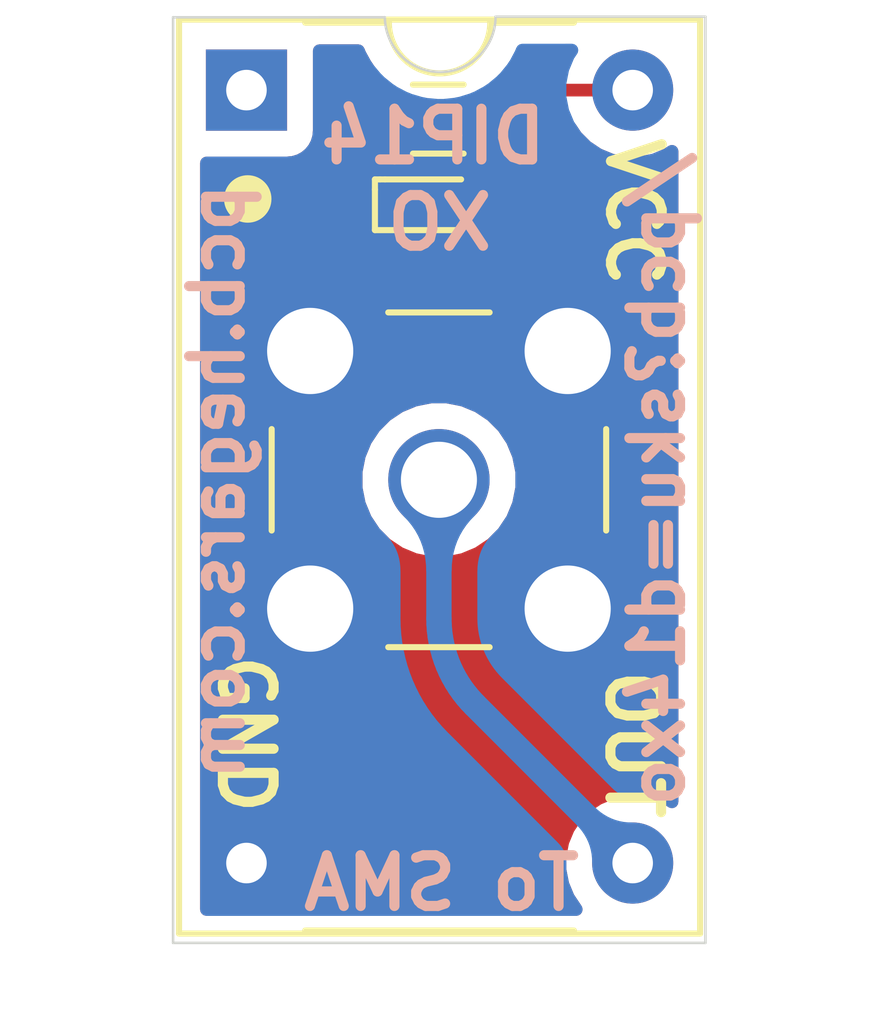
<source format=kicad_pcb>
(kicad_pcb (version 20171130) (host pcbnew "(5.1.6)-1")

  (general
    (thickness 1.6)
    (drawings 50)
    (tracks 27)
    (zones 0)
    (modules 4)
    (nets 5)
  )

  (page A4)
  (layers
    (0 F.Cu signal)
    (31 B.Cu signal)
    (32 B.Adhes user)
    (33 F.Adhes user)
    (34 B.Paste user)
    (35 F.Paste user)
    (36 B.SilkS user)
    (37 F.SilkS user)
    (38 B.Mask user)
    (39 F.Mask user)
    (40 Dwgs.User user)
    (41 Cmts.User user)
    (42 Eco1.User user)
    (43 Eco2.User user)
    (44 Edge.Cuts user)
    (45 Margin user)
    (46 B.CrtYd user)
    (47 F.CrtYd user)
    (48 B.Fab user)
    (49 F.Fab user)
  )

  (setup
    (last_trace_width 0.25)
    (user_trace_width 0.5)
    (trace_clearance 0.2)
    (zone_clearance 0.508)
    (zone_45_only no)
    (trace_min 0.2)
    (via_size 0.8)
    (via_drill 0.4)
    (via_min_size 0.4)
    (via_min_drill 0.3)
    (uvia_size 0.3)
    (uvia_drill 0.1)
    (uvias_allowed no)
    (uvia_min_size 0.2)
    (uvia_min_drill 0.1)
    (edge_width 0.05)
    (segment_width 0.2)
    (pcb_text_width 0.3)
    (pcb_text_size 1.5 1.5)
    (mod_edge_width 0.12)
    (mod_text_size 1 1)
    (mod_text_width 0.15)
    (pad_size 0.5 0.9)
    (pad_drill 0)
    (pad_to_mask_clearance 0.05)
    (aux_axis_origin 0 0)
    (visible_elements 7FFFFFFF)
    (pcbplotparams
      (layerselection 0x010fc_ffffffff)
      (usegerberextensions false)
      (usegerberattributes true)
      (usegerberadvancedattributes true)
      (creategerberjobfile true)
      (excludeedgelayer true)
      (linewidth 0.100000)
      (plotframeref false)
      (viasonmask false)
      (mode 1)
      (useauxorigin false)
      (hpglpennumber 1)
      (hpglpenspeed 20)
      (hpglpendiameter 15.000000)
      (psnegative false)
      (psa4output false)
      (plotreference true)
      (plotvalue true)
      (plotinvisibletext false)
      (padsonsilk false)
      (subtractmaskfromsilk false)
      (outputformat 1)
      (mirror false)
      (drillshape 0)
      (scaleselection 1)
      (outputdirectory "gerber/"))
  )

  (net 0 "")
  (net 1 GND)
  (net 2 OUT)
  (net 3 VCC)
  (net 4 NC)

  (net_class Default "This is the default net class."
    (clearance 0.2)
    (trace_width 0.25)
    (via_dia 0.8)
    (via_drill 0.4)
    (uvia_dia 0.3)
    (uvia_drill 0.1)
    (add_net GND)
    (add_net NC)
    (add_net OUT)
    (add_net VCC)
  )

  (module Resistors_SMD:R_0603 (layer F.Cu) (tedit 5FD20897) (tstamp 5FD2228E)
    (at 154.813 96.6724 180)
    (descr "Resistor SMD 0603, reflow soldering, Vishay (see dcrcw.pdf)")
    (tags "resistor 0603")
    (attr smd)
    (fp_text reference REF** (at 0 -1.45) (layer F.SilkS) hide
      (effects (font (size 1 1) (thickness 0.15)))
    )
    (fp_text value R_0603 (at 0 1.5) (layer F.Fab)
      (effects (font (size 1 1) (thickness 0.15)))
    )
    (fp_line (start 1.25 0.7) (end -1.25 0.7) (layer F.CrtYd) (width 0.05))
    (fp_line (start 1.25 0.7) (end 1.25 -0.7) (layer F.CrtYd) (width 0.05))
    (fp_line (start -1.25 -0.7) (end -1.25 0.7) (layer F.CrtYd) (width 0.05))
    (fp_line (start -1.25 -0.7) (end 1.25 -0.7) (layer F.CrtYd) (width 0.05))
    (fp_line (start -0.5 -0.68) (end 0.5 -0.68) (layer F.SilkS) (width 0.12))
    (fp_line (start 0.5 0.68) (end -0.5 0.68) (layer F.SilkS) (width 0.12))
    (fp_line (start -0.8 -0.4) (end 0.8 -0.4) (layer F.Fab) (width 0.1))
    (fp_line (start 0.8 -0.4) (end 0.8 0.4) (layer F.Fab) (width 0.1))
    (fp_line (start 0.8 0.4) (end -0.8 0.4) (layer F.Fab) (width 0.1))
    (fp_line (start -0.8 0.4) (end -0.8 -0.4) (layer F.Fab) (width 0.1))
    (fp_text user %R (at 0 0) (layer F.Fab)
      (effects (font (size 0.4 0.4) (thickness 0.075)))
    )
    (pad 1 smd rect (at -0.75 0 180) (size 0.5 0.9) (layers F.Cu F.Paste F.Mask)
      (net 3 VCC))
    (pad 2 smd rect (at 0.75 0 180) (size 0.5 0.9) (layers F.Cu F.Paste F.Mask))
    (model ${KISYS3DMOD}/Resistors_SMD.3dshapes/R_0603.wrl
      (at (xyz 0 0 0))
      (scale (xyz 1 1 1))
      (rotate (xyz 0 0 0))
    )
  )

  (module Digikey:LED_0603 (layer F.Cu) (tedit 5FD20881) (tstamp 5FD221DA)
    (at 154.8631 98.3615)
    (attr smd)
    (fp_text reference REF** (at 0 -1.61) (layer F.SilkS) hide
      (effects (font (size 1 1) (thickness 0.15)))
    )
    (fp_text value LED_0603 (at 0 1.77) (layer F.Fab)
      (effects (font (size 1 1) (thickness 0.15)))
    )
    (fp_line (start -0.3 0.2) (end -0.3 0.1) (layer F.Fab) (width 0.12))
    (fp_line (start -0.3 -0.2) (end -0.3 0.1) (layer F.Fab) (width 0.12))
    (fp_line (start 0.5 0) (end 0.1 0) (layer F.Fab) (width 0.12))
    (fp_line (start 0.1 0) (end 0.1 -0.2) (layer F.Fab) (width 0.12))
    (fp_line (start 0.1 -0.2) (end -0.2 0) (layer F.Fab) (width 0.12))
    (fp_line (start -0.2 0) (end 0.1 0.2) (layer F.Fab) (width 0.12))
    (fp_line (start 0.1 0.2) (end 0.1 0) (layer F.Fab) (width 0.12))
    (fp_line (start -1.1 -0.5) (end 0.4 -0.5) (layer F.SilkS) (width 0.12))
    (fp_line (start -1.1 -0.5) (end -1.2 -0.5) (layer F.SilkS) (width 0.12))
    (fp_line (start -1.2 -0.5) (end -1.3 -0.5) (layer F.SilkS) (width 0.12))
    (fp_line (start -1.3 -0.5) (end -1.3 -0.3) (layer F.SilkS) (width 0.12))
    (fp_line (start -1.3 -0.3) (end -1.3 0.5) (layer F.SilkS) (width 0.12))
    (fp_line (start -1.3 0.5) (end 0.4 0.5) (layer F.SilkS) (width 0.12))
    (fp_line (start -1.4 0.71) (end 1.4 0.71) (layer F.CrtYd) (width 0.05))
    (fp_line (start -1.4 -0.71) (end 1.4 -0.71) (layer F.CrtYd) (width 0.05))
    (fp_line (start 1.4 0.71) (end 1.4 -0.71) (layer F.CrtYd) (width 0.05))
    (fp_line (start -1.4 0.71) (end -1.4 -0.71) (layer F.CrtYd) (width 0.05))
    (fp_line (start -0.85 0.4) (end 0.85 0.4) (layer F.Fab) (width 0.12))
    (fp_line (start -0.85 -0.4) (end 0.85 -0.4) (layer F.Fab) (width 0.12))
    (fp_line (start -0.85 0.4) (end -0.85 -0.4) (layer F.Fab) (width 0.12))
    (fp_line (start 0.85 0.4) (end 0.85 -0.4) (layer F.Fab) (width 0.12))
    (pad 2 smd rect (at 0.75 0) (size 0.8 0.8) (layers F.Cu F.Paste F.Mask))
    (pad 1 smd rect (at -0.75 0) (size 0.8 0.8) (layers F.Cu F.Paste F.Mask)
      (net 1 GND))
    (model ${KISYS3DMOD}/LED_SMD.3dshapes/LED_0603_1608Metric_Castellated.step
      (at (xyz 0 0 0))
      (scale (xyz 1.2 1 0.4))
      (rotate (xyz 0 0 0))
    )
  )

  (module Sebs:DIP-14_W7.62mm_CLK (layer F.Cu) (tedit 5FD2059C) (tstamp 5FD21094)
    (at 151.0284 96.1009)
    (descr "14-lead though-hole mounted DIP package, row spacing 7.62 mm (300 mils), Socket")
    (tags "THT DIP DIL PDIP 2.54mm 7.62mm 300mil Socket")
    (fp_text reference REF** (at 3.81 -2.33) (layer F.SilkS) hide
      (effects (font (size 1 1) (thickness 0.15)))
    )
    (fp_text value DIP-14_W7.62mm_CLK (at 3.81 17.57) (layer F.Fab)
      (effects (font (size 1 1) (thickness 0.15)))
    )
    (fp_line (start 1.635 -1.27) (end 6.985 -1.27) (layer F.Fab) (width 0.1))
    (fp_line (start 6.985 -1.27) (end 6.985 16.51) (layer F.Fab) (width 0.1))
    (fp_line (start 6.985 16.51) (end 0.635 16.51) (layer F.Fab) (width 0.1))
    (fp_line (start 0.635 16.51) (end 0.635 -0.27) (layer F.Fab) (width 0.1))
    (fp_line (start 0.635 -0.27) (end 1.635 -1.27) (layer F.Fab) (width 0.1))
    (fp_line (start -1.27 -1.33) (end -1.27 16.57) (layer F.Fab) (width 0.1))
    (fp_line (start -1.27 16.57) (end 8.89 16.57) (layer F.Fab) (width 0.1))
    (fp_line (start 8.89 16.57) (end 8.89 -1.33) (layer F.Fab) (width 0.1))
    (fp_line (start 8.89 -1.33) (end -1.27 -1.33) (layer F.Fab) (width 0.1))
    (fp_line (start 2.81 -1.33) (end 1.16 -1.33) (layer F.SilkS) (width 0.12))
    (fp_line (start 1.16 16.57) (end 6.46 16.57) (layer F.SilkS) (width 0.12))
    (fp_line (start 6.46 -1.33) (end 4.81 -1.33) (layer F.SilkS) (width 0.12))
    (fp_line (start -1.33 -1.39) (end -1.33 16.63) (layer F.SilkS) (width 0.12))
    (fp_line (start -1.33 16.63) (end 8.95 16.63) (layer F.SilkS) (width 0.12))
    (fp_line (start 8.95 16.63) (end 8.95 -1.39) (layer F.SilkS) (width 0.12))
    (fp_line (start 8.95 -1.39) (end -1.33 -1.39) (layer F.SilkS) (width 0.12))
    (fp_line (start -1.55 -1.6) (end -1.55 16.85) (layer F.CrtYd) (width 0.05))
    (fp_line (start -1.55 16.85) (end 9.15 16.85) (layer F.CrtYd) (width 0.05))
    (fp_line (start 9.15 16.85) (end 9.15 -1.6) (layer F.CrtYd) (width 0.05))
    (fp_line (start 9.15 -1.6) (end -1.55 -1.6) (layer F.CrtYd) (width 0.05))
    (fp_text user %R (at 3.81 7.62) (layer F.Fab)
      (effects (font (size 1 1) (thickness 0.15)))
    )
    (fp_arc (start 3.81 -1.33) (end 2.81 -1.33) (angle -180) (layer F.SilkS) (width 0.12))
    (pad 14 thru_hole oval (at 7.62 0) (size 1.6 1.6) (drill 0.8) (layers *.Cu *.Mask)
      (net 3 VCC))
    (pad 7 thru_hole oval (at 0 15.24) (size 1.6 1.6) (drill 0.8) (layers *.Cu *.Mask)
      (net 1 GND))
    (pad 8 thru_hole oval (at 7.62 15.24) (size 1.6 1.6) (drill 0.8) (layers *.Cu *.Mask)
      (net 2 OUT))
    (pad 1 thru_hole rect (at 0 0) (size 1.6 1.6) (drill 0.8) (layers *.Cu *.Mask)
      (net 4 NC))
    (model ${KISYS3DMOD}/Housings_DIP.3dshapes/DIP-14_W7.62mm_Socket.wrl
      (at (xyz 0 0 0))
      (scale (xyz 1 1 1))
      (rotate (xyz 0 0 0))
    )
  )

  (module Connectors:SMA_THT_Jack_Straight (layer F.Cu) (tedit 5FD205D9) (tstamp 5FD20930)
    (at 154.8257 103.7844)
    (descr "SMA pcb through hole jack")
    (tags "SMA THT Jack Straight")
    (fp_text reference REF** (at 0 -5) (layer F.SilkS) hide
      (effects (font (size 1 1) (thickness 0.15)))
    )
    (fp_text value SMA_THT_Jack_Straight (at 0 5) (layer F.Fab)
      (effects (font (size 1 1) (thickness 0.15)))
    )
    (fp_line (start 2.03 3.05) (end 3.05 3.05) (layer F.Fab) (width 0.1))
    (fp_line (start 3.05 2.03) (end 3.05 3.05) (layer F.Fab) (width 0.1))
    (fp_line (start -3.05 3.05) (end -3.05 2.03) (layer F.Fab) (width 0.1))
    (fp_line (start -3.05 3.05) (end -2.03 3.05) (layer F.Fab) (width 0.1))
    (fp_line (start -3.05 -3.05) (end -2.03 -3.05) (layer F.Fab) (width 0.1))
    (fp_line (start -3.05 -3.05) (end -3.05 -2.03) (layer F.Fab) (width 0.1))
    (fp_line (start 3.05 -3.05) (end 3.05 -2.03) (layer F.Fab) (width 0.1))
    (fp_circle (center 0 0) (end 0.635 0) (layer F.Fab) (width 0.1))
    (fp_circle (center 0 0) (end 2.04 0) (layer F.Fab) (width 0.1))
    (fp_line (start 4.14 4.14) (end -4.14 4.14) (layer F.CrtYd) (width 0.05))
    (fp_line (start 4.14 4.14) (end 4.14 -4.14) (layer F.CrtYd) (width 0.05))
    (fp_line (start -4.14 -4.14) (end -4.14 4.14) (layer F.CrtYd) (width 0.05))
    (fp_line (start -4.14 -4.14) (end 4.14 -4.14) (layer F.CrtYd) (width 0.05))
    (fp_line (start 2.03 2.03) (end 2.03 3.05) (layer F.Fab) (width 0.1))
    (fp_line (start 3.05 2.03) (end 2.03 2.03) (layer F.Fab) (width 0.1))
    (fp_line (start 2.03 -2.03) (end 3.05 -2.03) (layer F.Fab) (width 0.1))
    (fp_line (start 2.03 -3.05) (end 2.03 -2.03) (layer F.Fab) (width 0.1))
    (fp_line (start -3.05 2.03) (end -2.03 2.03) (layer F.Fab) (width 0.1))
    (fp_line (start -2.03 2.03) (end -2.03 3.05) (layer F.Fab) (width 0.1))
    (fp_line (start -3.05 -2.03) (end -2.03 -2.03) (layer F.Fab) (width 0.1))
    (fp_line (start -2.03 -3.05) (end -2.03 -2.03) (layer F.Fab) (width 0.1))
    (fp_line (start -3.17 -3.17) (end 3.17 -3.17) (layer F.Fab) (width 0.1))
    (fp_line (start -3.17 -3.17) (end -3.17 3.17) (layer F.Fab) (width 0.1))
    (fp_line (start -3.17 3.17) (end 3.17 3.17) (layer F.Fab) (width 0.1))
    (fp_line (start 3.17 -3.17) (end 3.17 3.17) (layer F.Fab) (width 0.1))
    (fp_line (start -3.3 -1) (end -3.3 1) (layer F.SilkS) (width 0.12))
    (fp_line (start 3.3 -1) (end 3.3 1) (layer F.SilkS) (width 0.12))
    (fp_line (start -1 3.3) (end 1 3.3) (layer F.SilkS) (width 0.12))
    (fp_line (start -1 -3.3) (end 1 -3.3) (layer F.SilkS) (width 0.12))
    (fp_line (start 2.03 -3.05) (end 3.05 -3.05) (layer F.Fab) (width 0.1))
    (fp_text user %R (at 0 -5) (layer F.Fab)
      (effects (font (size 1 1) (thickness 0.15)))
    )
    (pad 2 thru_hole circle (at -2.54 2.54) (size 2.2 2.2) (drill 1.7) (layers *.Cu *.Mask)
      (net 1 GND))
    (pad 2 thru_hole circle (at -2.54 -2.54) (size 2.2 2.2) (drill 1.7) (layers *.Cu *.Mask)
      (net 1 GND))
    (pad 2 thru_hole circle (at 2.54 -2.54) (size 2.2 2.2) (drill 1.7) (layers *.Cu *.Mask)
      (net 1 GND))
    (pad 2 thru_hole circle (at 2.54 2.54) (size 2.2 2.2) (drill 1.7) (layers *.Cu *.Mask)
      (net 1 GND))
    (pad 1 thru_hole circle (at 0 0) (size 2 2) (drill 1.5) (layers *.Cu *.Mask)
      (net 2 OUT))
    (model ${KISYS3DMOD}/Connector_Coaxial.3dshapes/SMA_Amphenol_132291_Vertical.step
      (at (xyz 0 0 0))
      (scale (xyz 1 1 1))
      (rotate (xyz 0 0 0))
    )
  )

  (gr_line (start 155.194 105.0544) (end 155.3083 104.7496) (layer B.Mask) (width 0.15))
  (gr_line (start 154.3558 104.7623) (end 155.194 105.0544) (layer B.Mask) (width 0.15))
  (gr_line (start 154.4447 105.0544) (end 154.3558 104.7623) (layer B.Mask) (width 0.15))
  (gr_line (start 158.2801 110.4265) (end 158.6484 110.5789) (layer B.Mask) (width 0.15))
  (gr_line (start 157.7594 110.9599) (end 157.861 111.2774) (layer B.Mask) (width 0.15))
  (gr_line (start 155.4353 104.5464) (end 155.2194 104.8639) (layer B.Mask) (width 0.15))
  (gr_line (start 154.2415 104.5718) (end 154.432 104.8512) (layer B.Mask) (width 0.15))
  (gr_line (start 154.828607 106.636659) (end 154.8257 106.5182) (layer B.Mask) (width 0.9) (tstamp F8))
  (gr_line (start 154.837324 106.754834) (end 154.828607 106.636659) (layer B.Mask) (width 0.9) (tstamp F8))
  (gr_line (start 154.851829 106.872438) (end 154.837324 106.754834) (layer B.Mask) (width 0.9) (tstamp F8))
  (gr_line (start 154.872087 106.989189) (end 154.851829 106.872438) (layer B.Mask) (width 0.9) (tstamp F8))
  (gr_line (start 154.89805 107.104805) (end 154.872087 106.989189) (layer B.Mask) (width 0.9) (tstamp F8))
  (gr_line (start 154.929654 107.219008) (end 154.89805 107.104805) (layer B.Mask) (width 0.9) (tstamp F8))
  (gr_line (start 154.966824 107.331523) (end 154.929654 107.219008) (layer B.Mask) (width 0.9) (tstamp F8))
  (gr_line (start 155.00947 107.442079) (end 154.966824 107.331523) (layer B.Mask) (width 0.9) (tstamp F8))
  (gr_line (start 155.057489 107.550408) (end 155.00947 107.442079) (layer B.Mask) (width 0.9) (tstamp F8))
  (gr_line (start 155.110766 107.656251) (end 155.057489 107.550408) (layer B.Mask) (width 0.9) (tstamp F8))
  (gr_line (start 155.169172 107.759353) (end 155.110766 107.656251) (layer B.Mask) (width 0.9) (tstamp F8))
  (gr_line (start 155.232567 107.859464) (end 155.169172 107.759353) (layer B.Mask) (width 0.9) (tstamp F8))
  (gr_line (start 155.300798 107.956344) (end 155.232567 107.859464) (layer B.Mask) (width 0.9) (tstamp F8))
  (gr_line (start 155.3737 108.04976) (end 155.300798 107.956344) (layer B.Mask) (width 0.9) (tstamp F8))
  (gr_line (start 155.451098 108.139485) (end 155.3737 108.04976) (layer B.Mask) (width 0.9) (tstamp F8))
  (gr_line (start 155.532806 108.225306) (end 155.451098 108.139485) (layer B.Mask) (width 0.9) (tstamp F8))
  (gr_line (start 155.451098 108.139485) (end 155.3737 108.04976) (layer B.Mask) (width 0.9) (tstamp F8))
  (gr_line (start 154.89805 107.104805) (end 154.872087 106.989189) (layer B.Mask) (width 0.9) (tstamp F8))
  (gr_line (start 154.966824 107.331523) (end 154.929654 107.219008) (layer B.Mask) (width 0.9) (tstamp F8))
  (gr_line (start 155.169172 107.759353) (end 155.110766 107.656251) (layer B.Mask) (width 0.9) (tstamp F8))
  (gr_line (start 155.532806 108.225306) (end 158.6484 111.3409) (layer B.Mask) (width 0.9) (tstamp F8))
  (gr_line (start 154.8257 106.5182) (end 154.8257 103.7844) (layer B.Mask) (width 0.9) (tstamp F8))
  (gr_circle (center 151.0538 98.2472) (end 151.0665 98.2091) (layer F.SilkS) (width 0.12))
  (gr_circle (center 151.0538 98.2472) (end 151.0919 98.1837) (layer F.SilkS) (width 0.12))
  (gr_circle (center 151.0538 98.2472) (end 151.1173 98.0694) (layer F.SilkS) (width 0.12))
  (gr_circle (center 151.0538 98.2472) (end 151.13 97.9551) (layer F.SilkS) (width 0.12))
  (gr_circle (center 151.0538 98.2472) (end 151.461982 98.2472) (layer F.SilkS) (width 0.12))
  (gr_text /pcb?sku=d14xo (at 159.131 103.7717 90) (layer B.SilkS) (tstamp 5FD22B47)
    (effects (font (size 1 1) (thickness 0.2)) (justify mirror))
  )
  (gr_text pcb.hegars.com (at 150.4442 103.8225 90) (layer B.SilkS) (tstamp 5FD22A5E)
    (effects (font (size 1 1) (thickness 0.2)) (justify mirror))
  )
  (gr_text XO (at 154.8384 98.7171) (layer B.SilkS) (tstamp 5FD226F6)
    (effects (font (size 1 1) (thickness 0.2)) (justify mirror))
  )
  (gr_text "To SMA" (at 154.8765 111.7346) (layer B.SilkS) (tstamp 5FD22675)
    (effects (font (size 1 1) (thickness 0.2)) (justify mirror))
  )
  (gr_text DIP14 (at 154.7114 97.0153) (layer B.SilkS) (tstamp 5FD22670)
    (effects (font (size 1 1) (thickness 0.2)) (justify mirror))
  )
  (gr_line (start 151.0411 96.1644) (end 158.6484 111.379) (layer F.Fab) (width 0.15))
  (gr_line (start 151.0411 111.3917) (end 158.6611 96.139) (layer F.Fab) (width 0.15))
  (gr_line (start 153.758901 94.665799) (end 149.5806 94.6658) (layer Edge.Cuts) (width 0.05) (tstamp 5FD219D8))
  (gr_arc (start 154.8511 94.6531) (end 153.758901 94.665799) (angle -179.3338) (layer Edge.Cuts) (width 0.05))
  (gr_text OUT (at 158.6611 109.0041 270) (layer F.SilkS) (tstamp 5FD217EC)
    (effects (font (size 1 1) (thickness 0.2)))
  )
  (gr_text GND (at 151.0157 108.8009 270) (layer F.SilkS)
    (effects (font (size 1 1) (thickness 0.2)))
  )
  (gr_text VCC (at 158.6738 98.5012 270) (layer F.SilkS)
    (effects (font (size 1 1) (thickness 0.2)))
  )
  (gr_line (start 149.5806 112.9157) (end 149.5806 94.6658) (layer Edge.Cuts) (width 0.05))
  (gr_line (start 160.0835 112.9157) (end 149.5806 112.9157) (layer Edge.Cuts) (width 0.05))
  (gr_line (start 160.0835 94.6531) (end 160.0835 112.9157) (layer Edge.Cuts) (width 0.05))
  (gr_line (start 155.943373 94.653101) (end 160.0835 94.6531) (layer Edge.Cuts) (width 0.05))

  (segment (start 155.5637 98.298) (end 155.5637 98.1731) (width 0.25) (layer F.Cu) (net 0))
  (segment (start 154.9631 98.3615) (end 154.8384 98.2368) (width 0.25) (layer F.Cu) (net 0))
  (segment (start 155.6131 98.3615) (end 154.9631 98.3615) (width 0.25) (layer F.Cu) (net 0))
  (segment (start 154.8384 98.2368) (end 154.8384 96.8629) (width 0.25) (layer F.Cu) (net 0))
  (segment (start 154.6479 96.6724) (end 154.063 96.6724) (width 0.25) (layer F.Cu) (net 0))
  (segment (start 154.8384 96.8629) (end 154.6479 96.6724) (width 0.25) (layer F.Cu) (net 0))
  (segment (start 155.532806 108.225306) (end 158.6484 111.3409) (width 0.5) (layer B.Cu) (net 2))
  (segment (start 155.532806 108.225306) (end 155.451098 108.139485) (width 0.5) (layer B.Cu) (net 2) (tstamp F8))
  (segment (start 155.451098 108.139485) (end 155.3737 108.04976) (width 0.5) (layer B.Cu) (net 2) (tstamp F8))
  (segment (start 155.3737 108.04976) (end 155.300798 107.956344) (width 0.5) (layer B.Cu) (net 2) (tstamp F8))
  (segment (start 155.300798 107.956344) (end 155.232567 107.859464) (width 0.5) (layer B.Cu) (net 2) (tstamp F8))
  (segment (start 155.232567 107.859464) (end 155.169172 107.759353) (width 0.5) (layer B.Cu) (net 2) (tstamp F8))
  (segment (start 155.169172 107.759353) (end 155.110766 107.656251) (width 0.5) (layer B.Cu) (net 2) (tstamp F8))
  (segment (start 155.110766 107.656251) (end 155.057489 107.550408) (width 0.5) (layer B.Cu) (net 2) (tstamp F8))
  (segment (start 155.057489 107.550408) (end 155.00947 107.442079) (width 0.5) (layer B.Cu) (net 2) (tstamp F8))
  (segment (start 155.00947 107.442079) (end 154.966824 107.331523) (width 0.5) (layer B.Cu) (net 2) (tstamp F8))
  (segment (start 154.966824 107.331523) (end 154.929654 107.219008) (width 0.5) (layer B.Cu) (net 2) (tstamp F8))
  (segment (start 154.929654 107.219008) (end 154.89805 107.104805) (width 0.5) (layer B.Cu) (net 2) (tstamp F8))
  (segment (start 154.89805 107.104805) (end 154.872087 106.989189) (width 0.5) (layer B.Cu) (net 2) (tstamp F8))
  (segment (start 154.872087 106.989189) (end 154.851829 106.872438) (width 0.5) (layer B.Cu) (net 2) (tstamp F8))
  (segment (start 154.851829 106.872438) (end 154.837324 106.754834) (width 0.5) (layer B.Cu) (net 2) (tstamp F8))
  (segment (start 154.837324 106.754834) (end 154.828607 106.636659) (width 0.5) (layer B.Cu) (net 2) (tstamp F8))
  (segment (start 154.828607 106.636659) (end 154.8257 106.5182) (width 0.5) (layer B.Cu) (net 2) (tstamp F8))
  (segment (start 154.8257 106.5182) (end 154.8257 103.7844) (width 0.5) (layer B.Cu) (net 2))
  (segment (start 155.563 96.6724) (end 156.4894 96.6724) (width 0.25) (layer F.Cu) (net 3))
  (segment (start 157.0609 96.1009) (end 158.6484 96.1009) (width 0.25) (layer F.Cu) (net 3))
  (segment (start 156.4894 96.6724) (end 157.0609 96.1009) (width 0.25) (layer F.Cu) (net 3))

  (zone (net 1) (net_name GND) (layer F.Cu) (tstamp 5FD246C1) (hatch none 0.508)
    (connect_pads yes (clearance 0.508))
    (min_thickness 0.254)
    (fill yes (arc_segments 32) (thermal_gap 0.508) (thermal_bridge_width 0.508))
    (polygon
      (pts
        (xy 160.1343 94.6658) (xy 160.1343 112.9157) (xy 149.6314 112.9157) (xy 149.6314 94.6531)
      )
    )
    (filled_polygon
      (pts
        (xy 153.241609 95.337929) (xy 153.264407 95.393241) (xy 153.26879 95.401347) (xy 153.371487 95.588153) (xy 153.405279 95.637505)
        (xy 153.438385 95.687335) (xy 153.44426 95.694436) (xy 153.448791 95.699836) (xy 153.361815 95.771215) (xy 153.282463 95.867906)
        (xy 153.223498 95.97822) (xy 153.187188 96.097918) (xy 153.174928 96.2224) (xy 153.174928 97.1224) (xy 153.187188 97.246882)
        (xy 153.223498 97.36658) (xy 153.282463 97.476894) (xy 153.361815 97.573585) (xy 153.458506 97.652937) (xy 153.56882 97.711902)
        (xy 153.688518 97.748212) (xy 153.813 97.760472) (xy 154.0784 97.760472) (xy 154.0784 98.199477) (xy 154.074724 98.2368)
        (xy 154.0784 98.274122) (xy 154.0784 98.274132) (xy 154.089397 98.385785) (xy 154.107962 98.446986) (xy 154.132854 98.529046)
        (xy 154.203426 98.661076) (xy 154.243271 98.709626) (xy 154.298399 98.776801) (xy 154.327401 98.800602) (xy 154.399299 98.872501)
        (xy 154.423099 98.901501) (xy 154.538824 98.996474) (xy 154.650618 99.05623) (xy 154.682563 99.115994) (xy 154.761915 99.212685)
        (xy 154.858606 99.292037) (xy 154.96892 99.351002) (xy 155.088618 99.387312) (xy 155.2131 99.399572) (xy 156.0131 99.399572)
        (xy 156.137582 99.387312) (xy 156.25728 99.351002) (xy 156.367594 99.292037) (xy 156.464285 99.212685) (xy 156.543637 99.115994)
        (xy 156.602602 99.00568) (xy 156.638912 98.885982) (xy 156.651172 98.7615) (xy 156.651172 97.9615) (xy 156.638912 97.837018)
        (xy 156.602602 97.71732) (xy 156.543637 97.607006) (xy 156.464285 97.510315) (xy 156.369345 97.4324) (xy 156.452078 97.4324)
        (xy 156.4894 97.436076) (xy 156.526722 97.4324) (xy 156.526733 97.4324) (xy 156.638386 97.421403) (xy 156.781647 97.377946)
        (xy 156.913676 97.307374) (xy 157.029401 97.212401) (xy 157.053203 97.183398) (xy 157.375702 96.8609) (xy 157.430357 96.8609)
        (xy 157.533763 97.015659) (xy 157.733641 97.215537) (xy 157.968673 97.37258) (xy 158.229826 97.480753) (xy 158.507065 97.5359)
        (xy 158.789735 97.5359) (xy 159.066974 97.480753) (xy 159.328127 97.37258) (xy 159.4235 97.308854) (xy 159.423501 110.132947)
        (xy 159.328127 110.06922) (xy 159.066974 109.961047) (xy 158.789735 109.9059) (xy 158.507065 109.9059) (xy 158.229826 109.961047)
        (xy 157.968673 110.06922) (xy 157.733641 110.226263) (xy 157.533763 110.426141) (xy 157.37672 110.661173) (xy 157.268547 110.922326)
        (xy 157.2134 111.199565) (xy 157.2134 111.482235) (xy 157.268547 111.759474) (xy 157.37672 112.020627) (xy 157.533763 112.255659)
        (xy 157.533804 112.2557) (xy 150.2406 112.2557) (xy 150.2406 103.623367) (xy 153.1907 103.623367) (xy 153.1907 103.945433)
        (xy 153.253532 104.261312) (xy 153.376782 104.558863) (xy 153.555713 104.826652) (xy 153.783448 105.054387) (xy 154.051237 105.233318)
        (xy 154.348788 105.356568) (xy 154.664667 105.4194) (xy 154.986733 105.4194) (xy 155.302612 105.356568) (xy 155.600163 105.233318)
        (xy 155.867952 105.054387) (xy 156.095687 104.826652) (xy 156.274618 104.558863) (xy 156.397868 104.261312) (xy 156.4607 103.945433)
        (xy 156.4607 103.623367) (xy 156.397868 103.307488) (xy 156.274618 103.009937) (xy 156.095687 102.742148) (xy 155.867952 102.514413)
        (xy 155.600163 102.335482) (xy 155.302612 102.212232) (xy 154.986733 102.1494) (xy 154.664667 102.1494) (xy 154.348788 102.212232)
        (xy 154.051237 102.335482) (xy 153.783448 102.514413) (xy 153.555713 102.742148) (xy 153.376782 103.009937) (xy 153.253532 103.307488)
        (xy 153.1907 103.623367) (xy 150.2406 103.623367) (xy 150.2406 97.538972) (xy 151.8284 97.538972) (xy 151.952882 97.526712)
        (xy 152.07258 97.490402) (xy 152.182894 97.431437) (xy 152.279585 97.352085) (xy 152.358937 97.255394) (xy 152.417902 97.14508)
        (xy 152.454212 97.025382) (xy 152.466472 96.9009) (xy 152.466472 95.325799) (xy 153.23641 95.325798)
      )
    )
  )
  (zone (net 1) (net_name GND) (layer B.Cu) (tstamp 5FD246BE) (hatch edge 0.508)
    (connect_pads yes (clearance 0.508))
    (min_thickness 0.254)
    (fill yes (arc_segments 32) (thermal_gap 0.508) (thermal_bridge_width 0.508))
    (polygon
      (pts
        (xy 160.088708 112.903) (xy 160.088708 94.6531) (xy 149.585808 94.6531) (xy 149.585808 112.9157)
      )
    )
    (filled_polygon
      (pts
        (xy 157.37672 95.421173) (xy 157.268547 95.682326) (xy 157.2134 95.959565) (xy 157.2134 96.242235) (xy 157.268547 96.519474)
        (xy 157.37672 96.780627) (xy 157.533763 97.015659) (xy 157.733641 97.215537) (xy 157.968673 97.37258) (xy 158.229826 97.480753)
        (xy 158.507065 97.5359) (xy 158.789735 97.5359) (xy 159.066974 97.480753) (xy 159.328127 97.37258) (xy 159.4235 97.308854)
        (xy 159.423501 110.132947) (xy 159.328127 110.06922) (xy 159.066974 109.961047) (xy 158.789735 109.9059) (xy 158.64773 109.9059)
        (xy 158.597151 109.904497) (xy 158.564087 109.900983) (xy 158.534284 109.895342) (xy 158.506691 109.887698) (xy 158.480216 109.877901)
        (xy 158.453823 109.865529) (xy 158.426648 109.849937) (xy 158.398028 109.830317) (xy 158.367626 109.805844) (xy 158.327456 109.768377)
        (xy 156.166282 107.607204) (xy 156.107028 107.544967) (xy 156.058027 107.488161) (xy 156.011842 107.428981) (xy 155.96864 107.367639)
        (xy 155.928492 107.30424) (xy 155.8915 107.238937) (xy 155.85776 107.171909) (xy 155.82735 107.103305) (xy 155.800343 107.033292)
        (xy 155.776799 106.962022) (xy 155.756786 106.889705) (xy 155.740343 106.816481) (xy 155.727514 106.742543) (xy 155.718327 106.668062)
        (xy 155.712808 106.593235) (xy 155.7107 106.507346) (xy 155.7107 105.606129) (xy 155.714004 105.51143) (xy 155.722379 105.434104)
        (xy 155.735705 105.362813) (xy 155.753665 105.296629) (xy 155.776149 105.234566) (xy 155.80332 105.175553) (xy 155.835624 105.118555)
        (xy 155.873733 105.062698) (xy 155.918477 105.00734) (xy 155.979662 104.942677) (xy 156.095687 104.826652) (xy 156.274618 104.558863)
        (xy 156.397868 104.261312) (xy 156.4607 103.945433) (xy 156.4607 103.623367) (xy 156.397868 103.307488) (xy 156.274618 103.009937)
        (xy 156.095687 102.742148) (xy 155.867952 102.514413) (xy 155.600163 102.335482) (xy 155.302612 102.212232) (xy 154.986733 102.1494)
        (xy 154.664667 102.1494) (xy 154.348788 102.212232) (xy 154.051237 102.335482) (xy 153.783448 102.514413) (xy 153.555713 102.742148)
        (xy 153.376782 103.009937) (xy 153.253532 103.307488) (xy 153.1907 103.623367) (xy 153.1907 103.945433) (xy 153.253532 104.261312)
        (xy 153.376782 104.558863) (xy 153.555713 104.826652) (xy 153.671733 104.942672) (xy 153.732921 105.007339) (xy 153.777666 105.062698)
        (xy 153.815775 105.118555) (xy 153.848079 105.175553) (xy 153.87525 105.234566) (xy 153.897734 105.296629) (xy 153.915694 105.362813)
        (xy 153.92902 105.434104) (xy 153.937395 105.511431) (xy 153.9407 105.606147) (xy 153.9407 106.485604) (xy 153.9399 106.496448)
        (xy 153.9407 106.529049) (xy 153.9407 106.561676) (xy 153.941766 106.572503) (xy 153.943341 106.636661) (xy 153.942807 106.658403)
        (xy 153.944406 106.680083) (xy 153.94494 106.701834) (xy 153.947604 106.723436) (xy 153.953124 106.798267) (xy 153.953658 106.820016)
        (xy 153.956321 106.84161) (xy 153.957921 106.863296) (xy 153.961639 106.884723) (xy 153.970826 106.959213) (xy 153.972426 106.9809)
        (xy 153.976144 107.002326) (xy 153.978807 107.02392) (xy 153.983573 107.045145) (xy 153.996403 107.119087) (xy 153.999066 107.140677)
        (xy 154.00383 107.161893) (xy 154.007549 107.183325) (xy 154.013352 107.204295) (xy 154.029792 107.277504) (xy 154.033512 107.298942)
        (xy 154.039317 107.319919) (xy 154.044081 107.341133) (xy 154.050901 107.361777) (xy 154.070918 107.434108) (xy 154.075684 107.455334)
        (xy 154.082508 107.47599) (xy 154.088308 107.496949) (xy 154.096135 107.517241) (xy 154.119676 107.588498) (xy 154.125478 107.609465)
        (xy 154.133307 107.629762) (xy 154.14013 107.650414) (xy 154.148944 107.670299) (xy 154.17595 107.740308) (xy 154.182776 107.76097)
        (xy 154.191595 107.780865) (xy 154.199419 107.801148) (xy 154.209195 107.82057) (xy 154.239615 107.889195) (xy 154.247439 107.909479)
        (xy 154.257214 107.928898) (xy 154.266033 107.948794) (xy 154.27676 107.967729) (xy 154.310491 108.034742) (xy 154.319308 108.054633)
        (xy 154.330033 108.073566) (xy 154.339811 108.092991) (xy 154.351444 108.111361) (xy 154.388436 108.176662) (xy 154.398218 108.196096)
        (xy 154.409854 108.21447) (xy 154.420573 108.233393) (xy 154.433101 108.251181) (xy 154.473248 108.31458) (xy 154.483972 108.33351)
        (xy 154.496501 108.351299) (xy 154.508134 108.36967) (xy 154.521512 108.386812) (xy 154.564729 108.448176) (xy 154.576362 108.466546)
        (xy 154.589743 108.483693) (xy 154.602272 108.501482) (xy 154.616479 108.517952) (xy 154.662651 108.577116) (xy 154.675175 108.594899)
        (xy 154.689377 108.611363) (xy 154.70276 108.628512) (xy 154.717763 108.64427) (xy 154.766781 108.701096) (xy 154.780159 108.718238)
        (xy 154.795153 108.733987) (xy 154.809369 108.750467) (xy 154.825127 108.76547) (xy 154.869371 108.81194) (xy 154.876274 108.820352)
        (xy 154.899337 108.843415) (xy 154.921826 108.867036) (xy 154.930065 108.874143) (xy 157.075877 111.019956) (xy 157.113344 111.060126)
        (xy 157.137817 111.090528) (xy 157.157437 111.119148) (xy 157.173029 111.146323) (xy 157.185401 111.172716) (xy 157.195198 111.199191)
        (xy 157.202842 111.226784) (xy 157.208483 111.256587) (xy 157.211997 111.289651) (xy 157.2134 111.34023) (xy 157.2134 111.482235)
        (xy 157.268547 111.759474) (xy 157.37672 112.020627) (xy 157.533763 112.255659) (xy 157.533804 112.2557) (xy 150.2406 112.2557)
        (xy 150.2406 97.538972) (xy 151.8284 97.538972) (xy 151.952882 97.526712) (xy 152.07258 97.490402) (xy 152.182894 97.431437)
        (xy 152.279585 97.352085) (xy 152.358937 97.255394) (xy 152.417902 97.14508) (xy 152.454212 97.025382) (xy 152.466472 96.9009)
        (xy 152.466472 95.325799) (xy 153.23641 95.325798) (xy 153.241609 95.337929) (xy 153.264407 95.393241) (xy 153.26879 95.401347)
        (xy 153.371487 95.588153) (xy 153.405279 95.637505) (xy 153.438385 95.687335) (xy 153.44426 95.694436) (xy 153.581286 95.857737)
        (xy 153.623997 95.899563) (xy 153.666176 95.942038) (xy 153.673317 95.947862) (xy 153.839453 96.081438) (xy 153.889493 96.114183)
        (xy 153.939097 96.147643) (xy 153.947234 96.151969) (xy 154.136149 96.250732) (xy 154.191635 96.27315) (xy 154.246758 96.296322)
        (xy 154.25558 96.298985) (xy 154.460081 96.359173) (xy 154.518811 96.370376) (xy 154.57744 96.382411) (xy 154.586611 96.38331)
        (xy 154.798908 96.40263) (xy 154.858724 96.402212) (xy 154.918539 96.40263) (xy 154.92771 96.401731) (xy 155.139718 96.379449)
        (xy 155.198298 96.367424) (xy 155.257075 96.356212) (xy 155.265897 96.353548) (xy 155.469538 96.290511) (xy 155.524651 96.267343)
        (xy 155.580149 96.244921) (xy 155.588285 96.240595) (xy 155.775803 96.139204) (xy 155.825435 96.105727) (xy 155.875447 96.073)
        (xy 155.882588 96.067176) (xy 155.882591 96.067174) (xy 155.882594 96.067171) (xy 156.046842 95.931294) (xy 156.088964 95.888876)
        (xy 156.131734 95.846994) (xy 156.137607 95.839893) (xy 156.27234 95.674695) (xy 156.305422 95.624902) (xy 156.33924 95.575513)
        (xy 156.343622 95.567407) (xy 156.443701 95.379185) (xy 156.466485 95.323908) (xy 156.471117 95.313101) (xy 157.448932 95.3131)
      )
    )
  )
  (zone (net 2) (net_name OUT) (layer B.Cu) (tstamp 0) (hatch edge 0.508)
    (priority 16962)
    (connect_pads yes (clearance 0.2))
    (min_thickness 0.0254)
    (fill yes (arc_segments 32) (thermal_gap 0.508) (thermal_bridge_width 0.508))
    (polygon
      (pts
        (xy 157.53272 110.578774) (xy 157.593488 110.643926) (xy 157.647768 110.711358) (xy 157.69556 110.78107) (xy 157.736865 110.853063)
        (xy 157.771681 110.927336) (xy 157.800009 111.003888) (xy 157.821849 111.082721) (xy 157.837201 111.163834) (xy 157.846065 111.247227)
        (xy 157.848441 111.3329) (xy 158.931242 111.623742) (xy 158.6404 110.540941) (xy 158.554727 110.538565) (xy 158.471334 110.529701)
        (xy 158.390221 110.514349) (xy 158.311388 110.492509) (xy 158.234836 110.464181) (xy 158.160563 110.429365) (xy 158.08857 110.38806)
        (xy 158.018858 110.340268) (xy 157.951426 110.285988) (xy 157.886274 110.22522)
      )
    )
    (filled_polygon
      (pts
        (xy 157.942764 110.295275) (xy 157.943462 110.295881) (xy 158.010894 110.350161) (xy 158.011677 110.350743) (xy 158.081389 110.398535)
        (xy 158.08225 110.399076) (xy 158.154243 110.440381) (xy 158.155173 110.440864) (xy 158.229446 110.47568) (xy 158.230428 110.476092)
        (xy 158.30698 110.50442) (xy 158.307997 110.504748) (xy 158.38683 110.526588) (xy 158.387859 110.526827) (xy 158.468972 110.542179)
        (xy 158.469992 110.54233) (xy 158.553385 110.551194) (xy 158.554375 110.55126) (xy 158.63059 110.553374) (xy 158.913263 111.605763)
        (xy 157.860874 111.32309) (xy 157.85876 111.246875) (xy 157.858694 111.245885) (xy 157.84983 111.162492) (xy 157.849679 111.161472)
        (xy 157.834327 111.080359) (xy 157.834088 111.07933) (xy 157.812248 111.000497) (xy 157.81192 110.99948) (xy 157.783592 110.922928)
        (xy 157.78318 110.921946) (xy 157.748364 110.847673) (xy 157.747881 110.846743) (xy 157.706576 110.77475) (xy 157.706035 110.773889)
        (xy 157.658243 110.704177) (xy 157.657661 110.703394) (xy 157.603381 110.635962) (xy 157.602775 110.635264) (xy 157.550373 110.579081)
        (xy 157.886581 110.242873)
      )
    )
  )
  (zone (net 2) (net_name OUT) (layer B.Cu) (tstamp 0) (hatch edge 0.508)
    (priority 16962)
    (connect_pads yes (clearance 0.2))
    (min_thickness 0.0254)
    (fill yes (arc_segments 32) (thermal_gap 0.508) (thermal_bridge_width 0.508))
    (polygon
      (pts
        (xy 155.0757 105.59505) (xy 155.080199 105.466109) (xy 155.093699 105.341455) (xy 155.116199 105.221088) (xy 155.147699 105.105007)
        (xy 155.188199 104.993213) (xy 155.237699 104.885706) (xy 155.296199 104.782485) (xy 155.363699 104.68355) (xy 155.440199 104.588903)
        (xy 155.5257 104.498542) (xy 154.8257 103.2844) (xy 154.1257 104.498542) (xy 154.2112 104.588903) (xy 154.2877 104.68355)
        (xy 154.3552 104.782485) (xy 154.4137 104.885706) (xy 154.4632 104.993213) (xy 154.5037 105.105007) (xy 154.5352 105.221088)
        (xy 154.5577 105.341455) (xy 154.5712 105.466109) (xy 154.5757 105.59505)
      )
    )
    (filled_polygon
      (pts
        (xy 155.509971 104.496686) (xy 155.430974 104.580174) (xy 155.430322 104.58092) (xy 155.353822 104.675567) (xy 155.353208 104.676392)
        (xy 155.285708 104.775327) (xy 155.28515 104.776223) (xy 155.22665 104.879444) (xy 155.226163 104.880394) (xy 155.176663 104.987901)
        (xy 155.176258 104.988887) (xy 155.135758 105.100681) (xy 155.135442 105.101681) (xy 155.103942 105.217762) (xy 155.103715 105.218754)
        (xy 155.081215 105.339121) (xy 155.081073 105.340088) (xy 155.067573 105.464742) (xy 155.067507 105.465666) (xy 155.063436 105.58235)
        (xy 154.587964 105.58235) (xy 154.583892 105.465666) (xy 154.583826 105.464742) (xy 154.570326 105.340088) (xy 154.570184 105.339121)
        (xy 154.547684 105.218754) (xy 154.547457 105.217762) (xy 154.515957 105.101681) (xy 154.515641 105.100681) (xy 154.475141 104.988887)
        (xy 154.474736 104.987901) (xy 154.425236 104.880394) (xy 154.424749 104.879444) (xy 154.366249 104.776223) (xy 154.365691 104.775327)
        (xy 154.298191 104.676392) (xy 154.297577 104.675567) (xy 154.221077 104.58092) (xy 154.220425 104.580174) (xy 154.141429 104.496687)
        (xy 154.8257 103.309826)
      )
    )
  )
)

</source>
